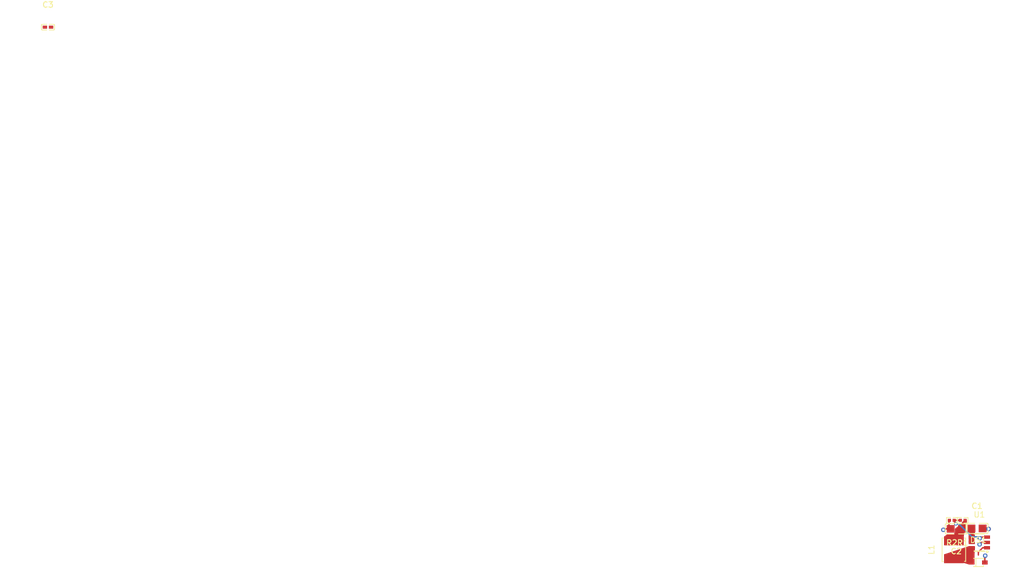
<source format=kicad_pcb>
(kicad_pcb (version 20241229) (generator "pcbnew") (generator_version "9.0")
  (layers (0 "F.Cu" signal) (2 "B.Cu" signal) (13 "F.Paste" user) (15 "B.Paste" user) (5 "F.SilkS" user "F.Silkscreen") (7 "B.SilkS" user "B.Silkscreen") (1 "F.Mask" user) (3 "B.Mask" user) (25 "Edge.Cuts" user))
  (net 0 "")
  (net 2 "gnd-1")
  (net 3 "FB")
  (net 5 "SHDN_hash")
  (net 6 "hv")
  (net 7 "CB")
  (net 8 "gnd")
  (net 9 "cathode")
  (footprint "atopile:R0402-56259e" (layer "F.Cu") (at 161.127739 87.992406 180)
    (property "Reference" "R2" (at 0 -4 0) (layer "F.SilkS") (hide no))
    (property "Value" "10kΩ ±1% 62.5mW")
    (fp_line (start 0.94 0.5) (end 0.94 -0.5) (stroke (width 0.15)) (layer "F.SilkS"))
    (fp_line (start 0.94 -0.5) (end 0.23 -0.5) (stroke (width 0.15)) (layer "F.SilkS"))
    (fp_line (start 0.23 0.5) (end 0.94 0.5) (stroke (width 0.15)) (layer "F.SilkS"))
    (fp_line (start -0.23 0.5) (end -0.94 0.5) (stroke (width 0.15)) (layer "F.SilkS"))
    (fp_line (start -0.94 0.5) (end -0.94 -0.5) (stroke (width 0.15)) (layer "F.SilkS"))
    (fp_line (start -0.94 -0.5) (end -0.23 -0.5) (stroke (width 0.15)) (layer "F.SilkS"))
    (fp_text user "${REFERENCE}" (at 0 -4 0) (layer "F.SilkS"))
    (pad "1" smd rect (at -0.43 0 180) (size 0.57 0.54) (layers "F.Cu" "F.Mask" "F.Paste") (net 3 "FB"))
    (pad "2" smd rect (at 0.43 0 180) (size 0.57 0.54) (layers "F.Cu" "F.Mask" "F.Paste") (net 8 "gnd"))
  )
  (footprint "atopile:C0805-3b2e55" (layer "F.Cu") (at 161.92246 89.514139 180)
    (property "Reference" "C2" (at 0 -4 0) (layer "F.SilkS") (hide no))
    (property "Value" "10µF ±10% 25V X5R")
    (fp_line (start 1.96 0.75) (end 1.96 -0.75) (stroke (width 0.15)) (layer "F.SilkS"))
    (fp_line (start 1.81 -0.9) (end 0.4 -0.9) (stroke (width 0.15)) (layer "F.SilkS"))
    (fp_line (start 0.4 0.9) (end 1.81 0.9) (stroke (width 0.15)) (layer "F.SilkS"))
    (fp_line (start -0.4 0.9) (end -1.81 0.9) (stroke (width 0.15)) (layer "F.SilkS"))
    (fp_line (start -1.81 -0.9) (end -0.4 -0.9) (stroke (width 0.15)) (layer "F.SilkS"))
    (fp_line (start -1.96 0.75) (end -1.96 -0.75) (stroke (width 0.15)) (layer "F.SilkS"))
    (fp_arc (start 1.96 0.75) (mid 1.916066 0.856066) (end 1.81 0.9) (stroke (width 0.15)) (layer "F.SilkS"))
    (fp_arc (start 1.81 -0.9) (mid 1.916066 -0.856066) (end 1.96 -0.75) (stroke (width 0.15)) (layer "F.SilkS"))
    (fp_arc (start -1.81 0.9) (mid -1.916066 0.856066) (end -1.96 0.75) (stroke (width 0.15)) (layer "F.SilkS"))
    (fp_arc (start -1.96 -0.75) (mid -1.916066 -0.856066) (end -1.81 -0.9) (stroke (width 0.15)) (layer "F.SilkS"))
    (fp_text user "${REFERENCE}" (at 0 -4 0) (layer "F.SilkS"))
    (pad "1" smd rect (at -1 0 180) (size 1.41 1.35) (layers "F.Cu" "F.Mask" "F.Paste") (net 6 "hv"))
    (pad "2" smd rect (at 1 0 180) (size 1.41 1.35) (layers "F.Cu" "F.Mask" "F.Paste") (net 8 "gnd"))
  )
  (footprint "lib:SOD-323_L1.8-W1.3-LS2.5-RD" (layer "F.Cu") (at 165.848216 95.507903 0)
    (property "Reference" "DS1" (at 0 -4 0) (layer "F.SilkS") (hide no))
    (property "Value" "")
    (fp_line (start -0.85 -0.73) (end 0.91 -0.73) (stroke (width 0.15)) (layer "F.SilkS"))
    (fp_line (start -0.85 0.73) (end 0.91 0.73) (stroke (width 0.15)) (layer "F.SilkS"))
    (fp_line (start -0.44 -0.73) (end -0.44 0.73) (stroke (width 0.15)) (layer "F.SilkS"))
    (fp_line (start 0.91 -0.73) (end 0.91 -0.53) (stroke (width 0.15)) (layer "F.SilkS"))
    (fp_line (start 0.91 0.73) (end 0.91 0.52) (stroke (width 0.15)) (layer "F.SilkS"))
    (pad "1" smd rect (at -1.17 0 0) (size 1 0.75) (layers "F.Cu" "F.Mask" "F.Paste") (net 9 "cathode"))
    (pad "2" smd rect (at 1.17 0 0) (size 1 0.75) (layers "F.Cu" "F.Mask" "F.Paste") (net 8 "gnd"))
  )
  (footprint "atopile:C0805-3b2e55" (layer "F.Cu") (at 165.620952 89.437437 0)
    (property "Reference" "C1" (at 0 -4 0) (layer "F.SilkS") (hide no))
    (property "Value" "4.7µF ±10% 25V X5R")
    (fp_line (start 1.81 -0.9) (end 0.4 -0.9) (stroke (width 0.15)) (layer "F.SilkS"))
    (fp_line (start 0.4 0.9) (end 1.81 0.9) (stroke (width 0.15)) (layer "F.SilkS"))
    (fp_line (start 1.96 0.75) (end 1.96 -0.75) (stroke (width 0.15)) (layer "F.SilkS"))
    (fp_line (start -1.81 -0.9) (end -0.4 -0.9) (stroke (width 0.15)) (layer "F.SilkS"))
    (fp_line (start -0.4 0.9) (end -1.81 0.9) (stroke (width 0.15)) (layer "F.SilkS"))
    (fp_line (start -1.96 0.75) (end -1.96 -0.75) (stroke (width 0.15)) (layer "F.SilkS"))
    (fp_arc (start 1.96 0.75) (mid 1.9160660171779822 0.856066017177982) (end 1.81 0.8999999999999999) (stroke (width 0.15)) (layer "F.SilkS"))
    (fp_arc (start 1.81 -0.9) (mid 1.9160660171779822 -0.8560660171779821) (end 1.96 -0.75) (stroke (width 0.15)) (layer "F.SilkS"))
    (fp_arc (start -1.96 0.75) (mid -1.9160660171779822 0.856066017177982) (end -1.81 0.8999999999999999) (stroke (width 0.15)) (layer "F.SilkS"))
    (fp_arc (start -1.81 -0.9) (mid -1.9160660171779822 -0.8560660171779821) (end -1.96 -0.75) (stroke (width 0.15)) (layer "F.SilkS"))
    (fp_text user "${REFERENCE}" (at 0 -4 0) (layer "F.SilkS"))
    (pad "2" smd rect (at 1 0 0) (size 1.41 1.35) (layers "F.Cu" "F.Paste" "F.Mask") (net 2 "gnd-1"))
    (pad "1" smd rect (at -1 0 0) (size 1.41 1.35) (layers "F.Cu" "F.Paste" "F.Mask") (net 5 "SHDN_hash"))
  )
  (footprint "atopile:R0402-56259e" (layer "F.Cu") (at 163.071145 87.992406 180)
    (property "Reference" "R1" (at 0 -4 0) (layer "F.SilkS") (hide no))
    (property "Value" "33kΩ ±1% 62.5mW")
    (fp_line (start 0.94 0.5) (end 0.94 -0.5) (stroke (width 0.15)) (layer "F.SilkS"))
    (fp_line (start 0.94 -0.5) (end 0.23 -0.5) (stroke (width 0.15)) (layer "F.SilkS"))
    (fp_line (start 0.23 0.5) (end 0.94 0.5) (stroke (width 0.15)) (layer "F.SilkS"))
    (fp_line (start -0.23 0.5) (end -0.94 0.5) (stroke (width 0.15)) (layer "F.SilkS"))
    (fp_line (start -0.94 0.5) (end -0.94 -0.5) (stroke (width 0.15)) (layer "F.SilkS"))
    (fp_line (start -0.94 -0.5) (end -0.23 -0.5) (stroke (width 0.15)) (layer "F.SilkS"))
    (fp_text user "${REFERENCE}" (at 0 -4 0) (layer "F.SilkS"))
    (pad "1" smd rect (at -0.43 0 180) (size 0.57 0.54) (layers "F.Cu" "F.Mask" "F.Paste") (net 6 "hv"))
    (pad "2" smd rect (at 0.43 0 180) (size 0.57 0.54) (layers "F.Cu" "F.Mask" "F.Paste") (net 3 "FB"))
  )
  (footprint "lib:IND-SMD_L4.0-W4.0" (layer "F.Cu") (at 161.500408 93.240832 90)
    (property "Reference" "L1" (at 0 -4 270) (layer "F.SilkS") (hide no))
    (property "Value" "10µH ±20%")
    (fp_line (start 2.08 -2.1) (end -2.09 -2.1) (stroke (width 0.15)) (layer "F.SilkS"))
    (fp_line (start -2.09 -2.1) (end -2.09 -1.88) (stroke (width 0.15)) (layer "F.SilkS"))
    (fp_line (start 2.07 -1.9) (end 2.08 -2.1) (stroke (width 0.15)) (layer "F.SilkS"))
    (fp_line (start -2.06 1.89) (end -2.06 2.1) (stroke (width 0.15)) (layer "F.SilkS"))
    (fp_line (start 2.09 2.1) (end 2.09 1.9) (stroke (width 0.15)) (layer "F.SilkS"))
    (fp_line (start -2.06 2.1) (end 2.09 2.1) (stroke (width 0.15)) (layer "F.SilkS"))
    (pad "1" smd rect (at -1.6 0 90) (size 1.6 3.5) (layers "F.Cu" "F.Mask" "F.Paste") (net 9 "cathode"))
    (pad "2" smd rect (at 1.6 0 90) (size 1.6 3.5) (layers "F.Cu" "F.Mask" "F.Paste") (net 6 "hv"))
  )
  (footprint "lib:SOT-23-6_L2.9-W1.6-P0.95-LS2.8-BR" (layer "F.Cu") (at 166.039 91.936 0)
    (property "Reference" "U1" (at 0 -4.95 0) (layer "F.SilkS") (hide no))
    (property "Value" "")
    (fp_line (start -0.9 -1.55) (end 0.9 -1.55) (stroke (width 0.25)) (layer "F.SilkS"))
    (fp_line (start -0.9 1.55) (end 0.9 1.55) (stroke (width 0.25)) (layer "F.SilkS"))
    (fp_circle (center 1.4 1.65) (end 1.53 1.65) (stroke (width 0.25)) (fill no) (layer "F.SilkS"))
    (pad "1" smd rect (at 1.35 0.95 0) (size 1.1 0.6) (layers "F.Cu" "F.Mask" "F.Paste") (net 7 "CB"))
    (pad "2" smd rect (at 1.35 0 0) (size 1.1 0.6) (layers "F.Cu" "F.Mask" "F.Paste") (net 2 "gnd-1"))
    (pad "3" smd rect (at 1.35 -0.95 0) (size 1.1 0.6) (layers "F.Cu" "F.Mask" "F.Paste") (net 3 "FB"))
    (pad "4" smd rect (at -1.35 -0.95 0) (size 1.1 0.6) (layers "F.Cu" "F.Mask" "F.Paste") (net 5 "SHDN_hash"))
    (pad "5" smd rect (at -1.35 0 0) (size 1.1 0.6) (layers "F.Cu" "F.Mask" "F.Paste") (net 5 "SHDN_hash"))
    (pad "6" smd rect (at -1.35 0.95 0) (size 1.1 0.6) (layers "F.Cu" "F.Mask" "F.Paste") (net 9 "cathode"))
  )
  (footprint "atopile:C0402-b3ef17" (layer "F.Cu") (at 0 0 0)
    (property "Reference" "C3" (at 0 -4 0) (layer "F.SilkS") (hide no))
    (property "Value" "470nF ±20% 16V X5R")
    (fp_line (start 1.02 -0.5) (end 0.23 -0.5) (stroke (width 0.15)) (layer "F.SilkS"))
    (fp_line (start 0.23 0.5) (end 1.02 0.5) (stroke (width 0.15)) (layer "F.SilkS"))
    (fp_line (start 1.17 0.35) (end 1.17 -0.35) (stroke (width 0.15)) (layer "F.SilkS"))
    (fp_line (start -1.02 -0.5) (end -0.23 -0.5) (stroke (width 0.15)) (layer "F.SilkS"))
    (fp_line (start -0.23 0.5) (end -1.02 0.5) (stroke (width 0.15)) (layer "F.SilkS"))
    (fp_line (start -1.17 0.35) (end -1.17 -0.35) (stroke (width 0.15)) (layer "F.SilkS"))
    (fp_arc (start 1.17 0.35) (mid 1.1260660171779822 0.456066017177982) (end 1.02 0.4999999999999999) (stroke (width 0.15)) (layer "F.SilkS"))
    (fp_arc (start 1.02 -0.5) (mid 1.1260660171779822 -0.4560660171779821) (end 1.17 -0.35) (stroke (width 0.15)) (layer "F.SilkS"))
    (fp_arc (start -1.17 0.35) (mid -1.1260660171779822 0.456066017177982) (end -1.02 0.4999999999999999) (stroke (width 0.15)) (layer "F.SilkS"))
    (fp_arc (start -1.02 -0.5) (mid -1.1260660171779822 -0.4560660171779821) (end -1.17 -0.35) (stroke (width 0.15)) (layer "F.SilkS"))
    (fp_text user "${REFERENCE}" (at 0 -4 0) (layer "F.SilkS"))
    (pad "2" smd rect (at 0.55 0 0) (size 0.79 0.54) (layers "F.Cu" "F.Paste" "F.Mask") (net 9 "cathode"))
    (pad "1" smd rect (at -0.55 0 0) (size 0.79 0.54) (layers "F.Cu" "F.Paste" "F.Mask") (net 7 "CB"))
  )
  (via (at 167.685557 89.537825) (size 0.8) (drill 0.4) (layers "F.Cu" "B.Cu") (net 2))
  (via (at 159.622396 89.688667) (size 0.8) (drill 0.4) (layers "F.Cu" "B.Cu") (net 2))
  (via (at 167.077115 94.301264) (size 0.8) (drill 0.4) (layers "F.Cu" "B.Cu") (net 2))
  (via (at 166.081153 92.280397) (size 0.8) (drill 0.4) (layers "F.Cu" "B.Cu") (net 2))
  (via (at 161.847018 88.623891) (size 0.6) (drill 0.3) (layers "F.Cu" "B.Cu") (net 3))
  (via (at 166.116 91.186) (size 0.8) (drill 0.4) (layers "F.Cu" "B.Cu") (net 3))
  (zone (net 0) (net_name "") (layers "F.Cu") (priority 1) (connect_pads yes (clearance 0.2)) (min_thickness 0.25) (fill yes (thermal_gap 0.5) (thermal_bridge_width 0.5))
    (polygon (pts (xy 164.152815 92.593956) (xy 159.772944 94.049336) (xy 159.772944 95.600826) (xy 163.232905 95.587096) (xy 164.194005 95.875426) (xy 165.168835 95.875426) (xy 165.177145 94.321184) (xy 165.183032 93.98561) (xy 165.243466 93.169721) (xy 165.243466 92.637099)))
  )
  (zone (net 6) (net_name "hv") (layers "F.Cu") (connect_pads yes (clearance 0.2)) (min_thickness 0.25) (fill yes (thermal_gap 0.5) (thermal_bridge_width 0.5))
    (polygon (pts (xy 163.392492 90.089682) (xy 163.254256 90.887199) (xy 163.222355 92.439698) (xy 159.745183 92.429064) (xy 159.76645 90.876565) (xy 162.368371 88.971164) (xy 162.456739 88.866823) (xy 163.349957 87.884) (xy 163.775299 87.792834) (xy 163.817834 88.250077)))
  )
  (zone (net 5) (net_name "SHDN_hash") (layers "F.Cu") (priority 2) (connect_pads yes (clearance 0.5)) (min_thickness 0.25) (fill yes (thermal_gap 0.5) (thermal_bridge_width 0.5))
    (polygon (pts (xy 165.217901 90.722067) (xy 165.299515 89.415345) (xy 164.406719 89.165475) (xy 164.132671 90.689181) (xy 164.132671 92.223849) (xy 165.217901 92.212887)))
  )
  (segment (start 167.018216 94.360163) (end 167.077115 94.301264) (width 0.25) (net 2) (layer "F.Cu"))
  (segment (start 166.395952 89.437437) (end 167.585169 89.437437) (width 0.25) (net 2) (layer "F.Cu"))
  (segment (start 166.42555 91.936) (end 166.081153 92.280397) (width 0.25) (net 2) (layer "F.Cu"))
  (segment (start 167.585169 89.437437) (end 167.685557 89.537825) (width 0.25) (net 2) (layer "F.Cu"))
  (segment (start 160.97246 89.514139) (end 159.796924 89.514139) (width 0.25) (net 2) (layer "F.Cu"))
  (segment (start 159.796924 89.514139) (end 159.622396 89.688667) (width 0.25) (net 2) (layer "F.Cu"))
  (segment (start 167.389 91.936) (end 166.42555 91.936) (width 0.25) (net 2) (layer "F.Cu"))
  (segment (start 160.617739 89.159418) (end 160.97246 89.514139) (width 0.25) (net 2) (layer "F.Cu"))
  (segment (start 167.018216 95.507903) (end 167.018216 94.360163) (width 0.25) (net 2) (layer "F.Cu"))
  (segment (start 160.617739 87.992406) (end 160.617739 89.159418) (width 0.25) (net 2) (layer "F.Cu"))
  (segment (start 167.389 90.986) (end 166.316 90.986) (width 0.25) (net 3) (layer "F.Cu"))
  (segment (start 161.637739 88.414612) (end 161.847018 88.623891) (width 0.25) (net 3) (layer "F.Cu"))
  (segment (start 161.637739 87.992406) (end 161.637739 88.414612) (width 0.25) (net 3) (layer "F.Cu"))
  (segment (start 166.316 90.986) (end 166.116 91.186) (width 0.25) (net 3) (layer "F.Cu"))
  (segment (start 162.561145 87.992406) (end 161.637739 87.992406) (width 0.25) (net 3) (layer "F.Cu"))
  (segment (start 162.387238 88.623891) (end 164.695347 90.932) (width 0.25) (net 3) (layer "B.Cu"))
  (segment (start 161.847018 88.623891) (end 162.387238 88.623891) (width 0.25) (net 3) (layer "B.Cu"))
  (segment (start 165.862 90.932) (end 166.116 91.186) (width 0.25) (net 3) (layer "B.Cu"))
  (segment (start 164.695347 90.932) (end 165.862 90.932) (width 0.25) (net 3) (layer "B.Cu"))
  (segment (start 165.86238 93.651744) (end 166.628124 92.886) (width 0.25) (net 0) (layer "F.Cu"))
  (segment (start 166.628124 92.886) (end 167.389 92.886) (width 0.25) (net 0) (layer "F.Cu"))
  (segment (start 165.86238 94.172505) (end 165.86238 93.651744) (width 0.25) (net 0) (layer "F.Cu"))
)
</source>
